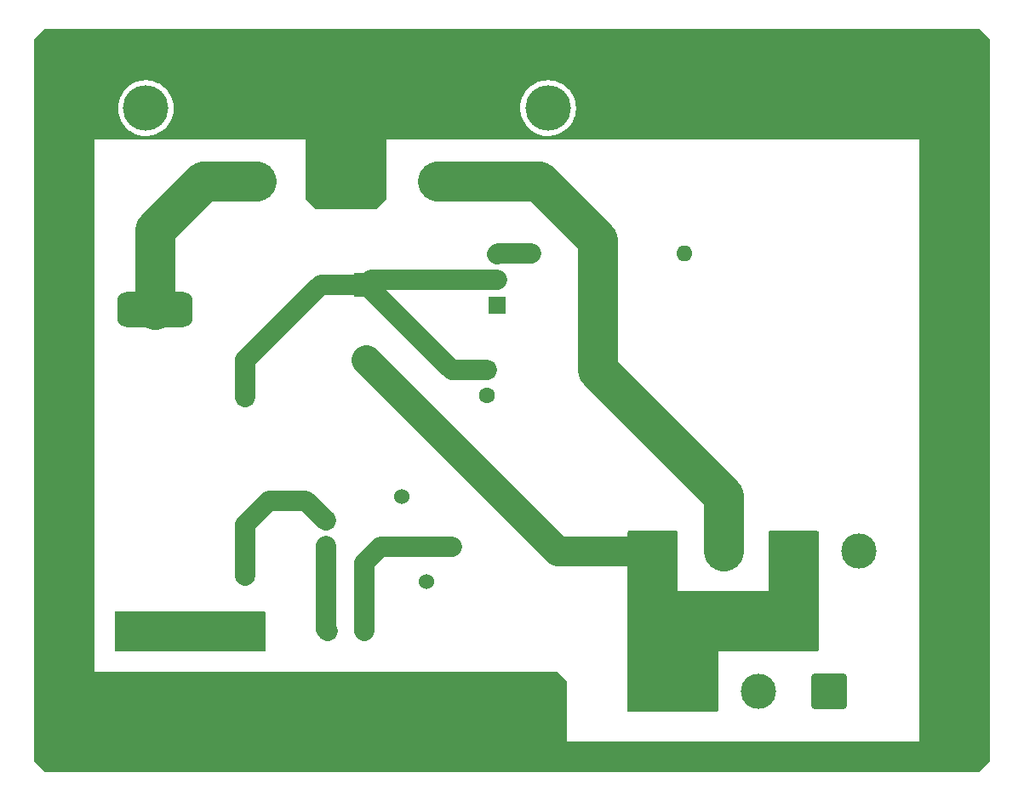
<source format=gbr>
%TF.GenerationSoftware,KiCad,Pcbnew,(6.0.5)*%
%TF.CreationDate,2022-07-24T11:34:55-07:00*%
%TF.ProjectId,BRD_strobelight,4252445f-7374-4726-9f62-656c69676874,rev?*%
%TF.SameCoordinates,Original*%
%TF.FileFunction,Copper,L1,Top*%
%TF.FilePolarity,Positive*%
%FSLAX46Y46*%
G04 Gerber Fmt 4.6, Leading zero omitted, Abs format (unit mm)*
G04 Created by KiCad (PCBNEW (6.0.5)) date 2022-07-24 11:34:55*
%MOMM*%
%LPD*%
G01*
G04 APERTURE LIST*
G04 Aperture macros list*
%AMRoundRect*
0 Rectangle with rounded corners*
0 $1 Rounding radius*
0 $2 $3 $4 $5 $6 $7 $8 $9 X,Y pos of 4 corners*
0 Add a 4 corners polygon primitive as box body*
4,1,4,$2,$3,$4,$5,$6,$7,$8,$9,$2,$3,0*
0 Add four circle primitives for the rounded corners*
1,1,$1+$1,$2,$3*
1,1,$1+$1,$4,$5*
1,1,$1+$1,$6,$7*
1,1,$1+$1,$8,$9*
0 Add four rect primitives between the rounded corners*
20,1,$1+$1,$2,$3,$4,$5,0*
20,1,$1+$1,$4,$5,$6,$7,0*
20,1,$1+$1,$6,$7,$8,$9,0*
20,1,$1+$1,$8,$9,$2,$3,0*%
G04 Aperture macros list end*
%TA.AperFunction,ComponentPad*%
%ADD10RoundRect,0.250000X-0.550000X-0.550000X0.550000X-0.550000X0.550000X0.550000X-0.550000X0.550000X0*%
%TD*%
%TA.AperFunction,ComponentPad*%
%ADD11C,1.600000*%
%TD*%
%TA.AperFunction,ComponentPad*%
%ADD12R,2.400000X2.400000*%
%TD*%
%TA.AperFunction,ComponentPad*%
%ADD13C,2.400000*%
%TD*%
%TA.AperFunction,ComponentPad*%
%ADD14R,1.700000X1.700000*%
%TD*%
%TA.AperFunction,ComponentPad*%
%ADD15O,1.700000X1.700000*%
%TD*%
%TA.AperFunction,ConnectorPad*%
%ADD16C,5.000000*%
%TD*%
%TA.AperFunction,ComponentPad*%
%ADD17C,2.900000*%
%TD*%
%TA.AperFunction,ComponentPad*%
%ADD18O,1.600000X1.600000*%
%TD*%
%TA.AperFunction,ComponentPad*%
%ADD19C,2.000000*%
%TD*%
%TA.AperFunction,ComponentPad*%
%ADD20R,1.500000X1.500000*%
%TD*%
%TA.AperFunction,ComponentPad*%
%ADD21O,1.500000X1.500000*%
%TD*%
%TA.AperFunction,ComponentPad*%
%ADD22C,2.700000*%
%TD*%
%TA.AperFunction,ComponentPad*%
%ADD23C,4.516000*%
%TD*%
%TA.AperFunction,ComponentPad*%
%ADD24C,1.524000*%
%TD*%
%TA.AperFunction,ComponentPad*%
%ADD25RoundRect,0.875000X2.875000X-0.875000X2.875000X0.875000X-2.875000X0.875000X-2.875000X-0.875000X0*%
%TD*%
%TA.AperFunction,ComponentPad*%
%ADD26R,1.600000X1.600000*%
%TD*%
%TA.AperFunction,ComponentPad*%
%ADD27RoundRect,0.250002X1.499998X1.499998X-1.499998X1.499998X-1.499998X-1.499998X1.499998X-1.499998X0*%
%TD*%
%TA.AperFunction,ComponentPad*%
%ADD28C,3.500000*%
%TD*%
%TA.AperFunction,ComponentPad*%
%ADD29RoundRect,0.250002X-1.499998X-1.499998X1.499998X-1.499998X1.499998X1.499998X-1.499998X1.499998X0*%
%TD*%
%TA.AperFunction,Conductor*%
%ADD30C,2.000000*%
%TD*%
%TA.AperFunction,Conductor*%
%ADD31C,3.000000*%
%TD*%
%TA.AperFunction,Conductor*%
%ADD32C,4.000000*%
%TD*%
G04 APERTURE END LIST*
D10*
%TO.P,DS1,1*%
%TO.N,Net-(DS1-Pad1)*%
X104200000Y-105000000D03*
D11*
%TO.P,DS1,2*%
%TO.N,Net-(D2-Pad1)*%
X107800000Y-105000000D03*
%TD*%
D12*
%TO.P,C1,1*%
%TO.N,Net-(C1-Pad1)*%
X108000000Y-70487246D03*
D13*
%TO.P,C1,2*%
%TO.N,Net-(C1-Pad2)*%
X108000000Y-77987246D03*
%TD*%
D14*
%TO.P,D2,1,K*%
%TO.N,Net-(D2-Pad1)*%
X121000000Y-72525000D03*
D15*
%TO.P,D2,2,A*%
%TO.N,Net-(C1-Pad1)*%
X121000000Y-69985000D03*
%TO.P,D2,3,G*%
%TO.N,Net-(D2-Pad3)*%
X121000000Y-67445000D03*
%TD*%
D16*
%TO.P,H1,1,1*%
%TO.N,Net-(H1-Pad1)*%
X78000000Y-49000000D03*
D17*
X78000000Y-49000000D03*
%TD*%
D11*
%TO.P,R2,1*%
%TO.N,Net-(D2-Pad3)*%
X124380000Y-67380000D03*
D18*
%TO.P,R2,2*%
%TO.N,Net-(R2-Pad2)*%
X139620000Y-67380000D03*
%TD*%
D17*
%TO.P,H4,1,1*%
%TO.N,Net-(H1-Pad1)*%
X167000000Y-116000000D03*
D16*
X167000000Y-116000000D03*
%TD*%
D19*
%TO.P,F1,1*%
%TO.N,Net-(C2-Pad1)*%
X96000000Y-99460000D03*
%TO.P,F1,2*%
%TO.N,Net-(F1-Pad2)*%
X95990000Y-104540000D03*
%TD*%
D17*
%TO.P,H2,1,1*%
%TO.N,Net-(H1-Pad1)*%
X167000000Y-49000000D03*
D16*
X167000000Y-49000000D03*
%TD*%
%TO.P,H3,1,1*%
%TO.N,Net-(H1-Pad1)*%
X78000000Y-116000000D03*
D17*
X78000000Y-116000000D03*
%TD*%
D20*
%TO.P,D1,1,K*%
%TO.N,Net-(C1-Pad1)*%
X96000000Y-81650000D03*
D21*
%TO.P,D1,2,A*%
%TO.N,Net-(C2-Pad1)*%
X96000000Y-94350000D03*
%TD*%
D22*
%TO.P,P1,1,AC_P*%
%TO.N,Net-(P1-Pad1)*%
X97093250Y-60206750D03*
%TO.P,P1,2,AC_N*%
%TO.N,Net-(P1-Pad2)*%
X115093250Y-60206750D03*
%TO.P,P1,3,EARTH*%
%TO.N,Net-(H1-Pad1)*%
X106093250Y-60206750D03*
D23*
%TO.P,P1,MH1*%
%TO.N,N/C*%
X86093250Y-52906750D03*
%TO.P,P1,MH2*%
X126093250Y-52906750D03*
%TD*%
D24*
%TO.P,T1,1*%
%TO.N,Net-(D2-Pad1)*%
X116500000Y-96550000D03*
%TO.P,T1,2*%
%TO.N,Net-(T1-Pad2)*%
X111500000Y-91550000D03*
%TO.P,T1,3*%
%TO.N,Net-(D2-Pad1)*%
X111500000Y-96550000D03*
%TO.P,T1,4*%
%TO.N,Net-(DS2-Pad2)*%
X114000000Y-100050000D03*
%TD*%
D25*
%TO.P,R1,1*%
%TO.N,Net-(F1-Pad2)*%
X87000000Y-105000000D03*
%TO.P,R1,2*%
%TO.N,Net-(P1-Pad1)*%
X87000000Y-73000000D03*
%TD*%
D26*
%TO.P,C2,1*%
%TO.N,Net-(C2-Pad1)*%
X104000000Y-94000000D03*
D11*
%TO.P,C2,2*%
%TO.N,Net-(DS1-Pad1)*%
X104000000Y-96500000D03*
%TD*%
D27*
%TO.P,DS2,1*%
%TO.N,Net-(C1-Pad1)*%
X154000000Y-111000000D03*
D28*
%TO.P,DS2,2*%
%TO.N,Net-(DS2-Pad2)*%
X147000000Y-111000000D03*
%TO.P,DS2,3*%
%TO.N,Net-(C1-Pad2)*%
X140000000Y-111000000D03*
%TD*%
D26*
%TO.P,C3,1*%
%TO.N,Net-(C1-Pad1)*%
X120000000Y-79000000D03*
D11*
%TO.P,C3,2*%
%TO.N,Net-(T1-Pad2)*%
X120000000Y-81500000D03*
%TD*%
D29*
%TO.P,SW1,1*%
%TO.N,Net-(C1-Pad2)*%
X136500000Y-97000000D03*
D28*
%TO.P,SW1,2*%
%TO.N,Net-(P1-Pad2)*%
X143500000Y-97000000D03*
%TD*%
D29*
%TO.P,R3,1,1*%
%TO.N,Net-(C1-Pad2)*%
X150000000Y-97000000D03*
D28*
%TO.P,R3,2,2*%
%TO.N,Net-(R2-Pad2)*%
X157000000Y-97000000D03*
%TD*%
D30*
%TO.N,Net-(C2-Pad1)*%
X96000000Y-94350000D02*
X98350000Y-92000000D01*
X98350000Y-92000000D02*
X102000000Y-92000000D01*
X96000000Y-99460000D02*
X96000000Y-94350000D01*
X102000000Y-92000000D02*
X104000000Y-94000000D01*
%TO.N,Net-(D2-Pad1)*%
X109450000Y-96550000D02*
X107800000Y-98200000D01*
X111500000Y-96550000D02*
X109450000Y-96550000D01*
X116500000Y-96550000D02*
X111500000Y-96550000D01*
X107800000Y-98200000D02*
X107800000Y-105000000D01*
D31*
%TO.N,Net-(C1-Pad2)*%
X127012754Y-97000000D02*
X108000000Y-77987246D01*
X136500000Y-97000000D02*
X127012754Y-97000000D01*
D30*
%TO.N,Net-(C1-Pad1)*%
X96000000Y-81650000D02*
X96000000Y-78000000D01*
X96000000Y-78000000D02*
X103512754Y-70487246D01*
X108502246Y-69985000D02*
X121000000Y-69985000D01*
X103512754Y-70487246D02*
X108000000Y-70487246D01*
X116512754Y-79000000D02*
X108000000Y-70487246D01*
X120000000Y-79000000D02*
X116512754Y-79000000D01*
X108000000Y-70487246D02*
X108502246Y-69985000D01*
D32*
%TO.N,Net-(P1-Pad1)*%
X97093250Y-60206750D02*
X91793250Y-60206750D01*
X87000000Y-65000000D02*
X87000000Y-73000000D01*
X91793250Y-60206750D02*
X87000000Y-65000000D01*
%TO.N,Net-(P1-Pad2)*%
X115093250Y-60206750D02*
X125206750Y-60206750D01*
X131000000Y-66000000D02*
X131000000Y-79000000D01*
X125206750Y-60206750D02*
X131000000Y-66000000D01*
X131000000Y-79000000D02*
X143500000Y-91500000D01*
X143500000Y-91500000D02*
X143500000Y-97000000D01*
D30*
%TO.N,Net-(D2-Pad3)*%
X124380000Y-67380000D02*
X121065000Y-67380000D01*
X121065000Y-67380000D02*
X121000000Y-67445000D01*
%TO.N,Net-(DS1-Pad1)*%
X104000000Y-104800000D02*
X104200000Y-105000000D01*
X104000000Y-96500000D02*
X104000000Y-104800000D01*
%TD*%
%TA.AperFunction,Conductor*%
%TO.N,Net-(C1-Pad2)*%
G36*
X138942121Y-95020002D02*
G01*
X138988614Y-95073658D01*
X139000000Y-95126000D01*
X139000000Y-101000000D01*
X148000000Y-101000000D01*
X148000000Y-95126000D01*
X148020002Y-95057879D01*
X148073658Y-95011386D01*
X148126000Y-95000000D01*
X152874000Y-95000000D01*
X152942121Y-95020002D01*
X152988614Y-95073658D01*
X153000000Y-95126000D01*
X153000000Y-106874000D01*
X152979998Y-106942121D01*
X152926342Y-106988614D01*
X152874000Y-107000000D01*
X143000000Y-107000000D01*
X143000000Y-112874000D01*
X142979998Y-112942121D01*
X142926342Y-112988614D01*
X142874000Y-113000000D01*
X134126000Y-113000000D01*
X134057879Y-112979998D01*
X134011386Y-112926342D01*
X134000000Y-112874000D01*
X134000000Y-95126000D01*
X134020002Y-95057879D01*
X134073658Y-95011386D01*
X134126000Y-95000000D01*
X138874000Y-95000000D01*
X138942121Y-95020002D01*
G37*
%TD.AperFunction*%
%TD*%
%TA.AperFunction,Conductor*%
%TO.N,Net-(H1-Pad1)*%
G36*
X169015931Y-45020002D02*
G01*
X169036905Y-45036905D01*
X169963095Y-45963095D01*
X169997121Y-46025407D01*
X170000000Y-46052190D01*
X170000000Y-117947810D01*
X169979998Y-118015931D01*
X169963095Y-118036905D01*
X169036905Y-118963095D01*
X168974593Y-118997121D01*
X168947810Y-119000000D01*
X76052190Y-119000000D01*
X75984069Y-118979998D01*
X75963095Y-118963095D01*
X75036905Y-118036905D01*
X75002879Y-117974593D01*
X75000000Y-117947810D01*
X75000000Y-109000000D01*
X81000000Y-109000000D01*
X126947810Y-109000000D01*
X127015931Y-109020002D01*
X127036905Y-109036905D01*
X127963095Y-109963095D01*
X127997121Y-110025407D01*
X128000000Y-110052190D01*
X128000000Y-116000000D01*
X163000000Y-116000000D01*
X163000000Y-56000000D01*
X110000000Y-56000000D01*
X110000000Y-61947810D01*
X109979998Y-62015931D01*
X109963095Y-62036905D01*
X109036905Y-62963095D01*
X108974593Y-62997121D01*
X108947810Y-63000000D01*
X103052190Y-63000000D01*
X102984069Y-62979998D01*
X102963095Y-62963095D01*
X102036905Y-62036905D01*
X102002879Y-61974593D01*
X102000000Y-61947810D01*
X102000000Y-56000000D01*
X81000000Y-56000000D01*
X81000000Y-109000000D01*
X75000000Y-109000000D01*
X75000000Y-52877727D01*
X83321845Y-52877727D01*
X83338431Y-53210885D01*
X83339072Y-53214616D01*
X83339073Y-53214624D01*
X83353913Y-53300983D01*
X83394921Y-53539637D01*
X83490497Y-53859222D01*
X83623775Y-54165011D01*
X83625698Y-54168282D01*
X83625700Y-54168286D01*
X83790901Y-54449302D01*
X83790906Y-54449310D01*
X83792824Y-54452572D01*
X83995195Y-54717742D01*
X83997843Y-54720461D01*
X83997848Y-54720466D01*
X84225311Y-54953964D01*
X84227957Y-54956680D01*
X84230901Y-54959051D01*
X84230904Y-54959054D01*
X84484786Y-55163545D01*
X84484791Y-55163549D01*
X84487739Y-55165923D01*
X84770777Y-55342442D01*
X85072972Y-55483679D01*
X85389945Y-55587588D01*
X85717107Y-55652664D01*
X85720879Y-55652951D01*
X85720887Y-55652952D01*
X86045939Y-55677678D01*
X86045944Y-55677678D01*
X86049716Y-55677965D01*
X86382957Y-55663124D01*
X86386695Y-55662502D01*
X86386703Y-55662501D01*
X86547067Y-55635808D01*
X86712000Y-55608356D01*
X87032081Y-55514455D01*
X87338563Y-55382780D01*
X87627006Y-55215239D01*
X87893232Y-55014258D01*
X88133385Y-54782750D01*
X88343986Y-54524068D01*
X88521984Y-54241958D01*
X88664801Y-53940507D01*
X88770368Y-53624082D01*
X88837157Y-53297266D01*
X88864199Y-52964793D01*
X88864807Y-52906750D01*
X88863058Y-52877727D01*
X123321845Y-52877727D01*
X123338431Y-53210885D01*
X123339072Y-53214616D01*
X123339073Y-53214624D01*
X123353913Y-53300983D01*
X123394921Y-53539637D01*
X123490497Y-53859222D01*
X123623775Y-54165011D01*
X123625698Y-54168282D01*
X123625700Y-54168286D01*
X123790901Y-54449302D01*
X123790906Y-54449310D01*
X123792824Y-54452572D01*
X123995195Y-54717742D01*
X123997843Y-54720461D01*
X123997848Y-54720466D01*
X124225311Y-54953964D01*
X124227957Y-54956680D01*
X124230901Y-54959051D01*
X124230904Y-54959054D01*
X124484786Y-55163545D01*
X124484791Y-55163549D01*
X124487739Y-55165923D01*
X124770777Y-55342442D01*
X125072972Y-55483679D01*
X125389945Y-55587588D01*
X125717107Y-55652664D01*
X125720879Y-55652951D01*
X125720887Y-55652952D01*
X126045939Y-55677678D01*
X126045944Y-55677678D01*
X126049716Y-55677965D01*
X126382957Y-55663124D01*
X126386695Y-55662502D01*
X126386703Y-55662501D01*
X126547067Y-55635808D01*
X126712000Y-55608356D01*
X127032081Y-55514455D01*
X127338563Y-55382780D01*
X127627006Y-55215239D01*
X127893232Y-55014258D01*
X128133385Y-54782750D01*
X128343986Y-54524068D01*
X128521984Y-54241958D01*
X128664801Y-53940507D01*
X128770368Y-53624082D01*
X128837157Y-53297266D01*
X128864199Y-52964793D01*
X128864807Y-52906750D01*
X128863058Y-52877727D01*
X128844962Y-52577562D01*
X128844962Y-52577558D01*
X128844734Y-52573784D01*
X128784804Y-52245641D01*
X128685886Y-51927074D01*
X128549414Y-51622699D01*
X128377363Y-51336923D01*
X128375036Y-51333939D01*
X128375031Y-51333932D01*
X128174562Y-51076881D01*
X128174560Y-51076878D01*
X128172226Y-51073886D01*
X127936974Y-50837400D01*
X127675015Y-50630888D01*
X127390144Y-50457343D01*
X127357202Y-50442365D01*
X127329595Y-50429813D01*
X127086487Y-50319279D01*
X126768443Y-50218694D01*
X126623573Y-50191452D01*
X126444342Y-50157748D01*
X126444337Y-50157747D01*
X126440618Y-50157048D01*
X126107762Y-50135231D01*
X126103982Y-50135439D01*
X126103981Y-50135439D01*
X126005908Y-50140836D01*
X125774695Y-50153561D01*
X125770968Y-50154222D01*
X125770964Y-50154222D01*
X125508104Y-50200808D01*
X125446243Y-50211771D01*
X125442618Y-50212876D01*
X125442613Y-50212877D01*
X125236009Y-50275846D01*
X125127163Y-50309020D01*
X125123699Y-50310551D01*
X125123692Y-50310554D01*
X124936030Y-50393519D01*
X124822077Y-50443897D01*
X124818823Y-50445833D01*
X124818817Y-50445836D01*
X124538663Y-50612510D01*
X124535404Y-50614449D01*
X124271297Y-50818206D01*
X124268596Y-50820865D01*
X124268589Y-50820871D01*
X124036290Y-51049550D01*
X124033582Y-51052216D01*
X124031218Y-51055183D01*
X124031215Y-51055186D01*
X124016314Y-51073886D01*
X123825701Y-51313090D01*
X123650667Y-51597049D01*
X123511015Y-51899979D01*
X123509856Y-51903579D01*
X123509853Y-51903586D01*
X123501120Y-51930705D01*
X123408767Y-52217492D01*
X123408048Y-52221208D01*
X123408046Y-52221216D01*
X123346123Y-52541271D01*
X123345404Y-52544989D01*
X123345137Y-52548765D01*
X123345136Y-52548770D01*
X123322113Y-52873938D01*
X123321845Y-52877727D01*
X88863058Y-52877727D01*
X88844962Y-52577562D01*
X88844962Y-52577558D01*
X88844734Y-52573784D01*
X88784804Y-52245641D01*
X88685886Y-51927074D01*
X88549414Y-51622699D01*
X88377363Y-51336923D01*
X88375036Y-51333939D01*
X88375031Y-51333932D01*
X88174562Y-51076881D01*
X88174560Y-51076878D01*
X88172226Y-51073886D01*
X87936974Y-50837400D01*
X87675015Y-50630888D01*
X87390144Y-50457343D01*
X87357202Y-50442365D01*
X87329595Y-50429813D01*
X87086487Y-50319279D01*
X86768443Y-50218694D01*
X86623573Y-50191452D01*
X86444342Y-50157748D01*
X86444337Y-50157747D01*
X86440618Y-50157048D01*
X86107762Y-50135231D01*
X86103982Y-50135439D01*
X86103981Y-50135439D01*
X86005908Y-50140836D01*
X85774695Y-50153561D01*
X85770968Y-50154222D01*
X85770964Y-50154222D01*
X85508104Y-50200808D01*
X85446243Y-50211771D01*
X85442618Y-50212876D01*
X85442613Y-50212877D01*
X85236009Y-50275846D01*
X85127163Y-50309020D01*
X85123699Y-50310551D01*
X85123692Y-50310554D01*
X84936030Y-50393519D01*
X84822077Y-50443897D01*
X84818823Y-50445833D01*
X84818817Y-50445836D01*
X84538663Y-50612510D01*
X84535404Y-50614449D01*
X84271297Y-50818206D01*
X84268596Y-50820865D01*
X84268589Y-50820871D01*
X84036290Y-51049550D01*
X84033582Y-51052216D01*
X84031218Y-51055183D01*
X84031215Y-51055186D01*
X84016314Y-51073886D01*
X83825701Y-51313090D01*
X83650667Y-51597049D01*
X83511015Y-51899979D01*
X83509856Y-51903579D01*
X83509853Y-51903586D01*
X83501120Y-51930705D01*
X83408767Y-52217492D01*
X83408048Y-52221208D01*
X83408046Y-52221216D01*
X83346123Y-52541271D01*
X83345404Y-52544989D01*
X83345137Y-52548765D01*
X83345136Y-52548770D01*
X83322113Y-52873938D01*
X83321845Y-52877727D01*
X75000000Y-52877727D01*
X75000000Y-46052190D01*
X75020002Y-45984069D01*
X75036905Y-45963095D01*
X75963095Y-45036905D01*
X76025407Y-45002879D01*
X76052190Y-45000000D01*
X168947810Y-45000000D01*
X169015931Y-45020002D01*
G37*
%TD.AperFunction*%
%TD*%
%TA.AperFunction,Conductor*%
%TO.N,Net-(F1-Pad2)*%
G36*
X97942121Y-103020002D02*
G01*
X97988614Y-103073658D01*
X98000000Y-103126000D01*
X98000000Y-106874000D01*
X97979998Y-106942121D01*
X97926342Y-106988614D01*
X97874000Y-107000000D01*
X83126000Y-107000000D01*
X83057879Y-106979998D01*
X83011386Y-106926342D01*
X83000000Y-106874000D01*
X83000000Y-103126000D01*
X83020002Y-103057879D01*
X83073658Y-103011386D01*
X83126000Y-103000000D01*
X97874000Y-103000000D01*
X97942121Y-103020002D01*
G37*
%TD.AperFunction*%
%TD*%
M02*

</source>
